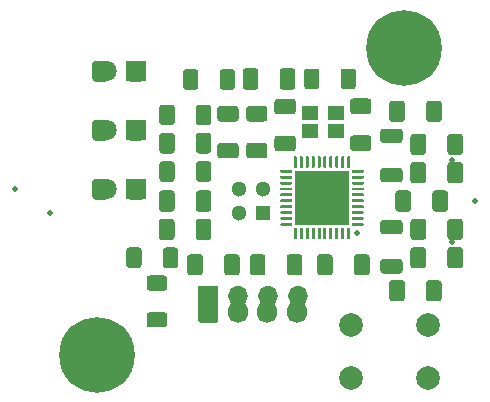
<source format=gbr>
%TF.GenerationSoftware,KiCad,Pcbnew,(5.1.9-0-10_14)*%
%TF.CreationDate,2021-04-13T15:18:02+01:00*%
%TF.ProjectId,PN532,504e3533-322e-46b6-9963-61645f706362,rev?*%
%TF.SameCoordinates,Original*%
%TF.FileFunction,Soldermask,Top*%
%TF.FilePolarity,Negative*%
%FSLAX46Y46*%
G04 Gerber Fmt 4.6, Leading zero omitted, Abs format (unit mm)*
G04 Created by KiCad (PCBNEW (5.1.9-0-10_14)) date 2021-04-13 15:18:02*
%MOMM*%
%LPD*%
G01*
G04 APERTURE LIST*
%ADD10C,0.500000*%
%ADD11R,1.400000X1.150000*%
%ADD12C,0.800000*%
%ADD13C,6.400000*%
%ADD14C,1.800000*%
%ADD15R,1.800000X1.800000*%
%ADD16C,2.000000*%
%ADD17C,1.000000*%
%ADD18R,0.100000X0.100000*%
%ADD19R,4.600000X4.600000*%
%ADD20C,1.300000*%
%ADD21R,1.300000X1.300000*%
%ADD22O,1.700000X1.850000*%
%ADD23O,1.700000X1.700000*%
%ADD24R,1.700000X1.700000*%
G04 APERTURE END LIST*
D10*
%TO.C,A1*%
X101000000Y-78000000D03*
X104000000Y-80000000D03*
X138000000Y-75500000D03*
X138000000Y-82500000D03*
X140000000Y-79000000D03*
%TD*%
%TO.C,C11*%
G36*
G01*
X116337500Y-82050002D02*
X116337500Y-80749998D01*
G75*
G02*
X116587498Y-80500000I249998J0D01*
G01*
X117412502Y-80500000D01*
G75*
G02*
X117662500Y-80749998I0J-249998D01*
G01*
X117662500Y-82050002D01*
G75*
G02*
X117412502Y-82300000I-249998J0D01*
G01*
X116587498Y-82300000D01*
G75*
G02*
X116337500Y-82050002I0J249998D01*
G01*
G37*
G36*
G01*
X113212500Y-82050002D02*
X113212500Y-80749998D01*
G75*
G02*
X113462498Y-80500000I249998J0D01*
G01*
X114287502Y-80500000D01*
G75*
G02*
X114537500Y-80749998I0J-249998D01*
G01*
X114537500Y-82050002D01*
G75*
G02*
X114287502Y-82300000I-249998J0D01*
G01*
X113462498Y-82300000D01*
G75*
G02*
X113212500Y-82050002I0J249998D01*
G01*
G37*
%TD*%
%TO.C,C7*%
G36*
G01*
X116337500Y-79650002D02*
X116337500Y-78349998D01*
G75*
G02*
X116587498Y-78100000I249998J0D01*
G01*
X117412502Y-78100000D01*
G75*
G02*
X117662500Y-78349998I0J-249998D01*
G01*
X117662500Y-79650002D01*
G75*
G02*
X117412502Y-79900000I-249998J0D01*
G01*
X116587498Y-79900000D01*
G75*
G02*
X116337500Y-79650002I0J249998D01*
G01*
G37*
G36*
G01*
X113212500Y-79650002D02*
X113212500Y-78349998D01*
G75*
G02*
X113462498Y-78100000I249998J0D01*
G01*
X114287502Y-78100000D01*
G75*
G02*
X114537500Y-78349998I0J-249998D01*
G01*
X114537500Y-79650002D01*
G75*
G02*
X114287502Y-79900000I-249998J0D01*
G01*
X113462498Y-79900000D01*
G75*
G02*
X113212500Y-79650002I0J249998D01*
G01*
G37*
%TD*%
D11*
%TO.C,Y1*%
X125990000Y-73100000D03*
X125990000Y-71500000D03*
X128190000Y-71500000D03*
X128190000Y-73100000D03*
%TD*%
D12*
%TO.C,H2*%
X109697056Y-90302944D03*
X108000000Y-89600000D03*
X106302944Y-90302944D03*
X105600000Y-92000000D03*
X106302944Y-93697056D03*
X108000000Y-94400000D03*
X109697056Y-93697056D03*
X110400000Y-92000000D03*
D13*
X108000000Y-92000000D03*
%TD*%
D12*
%TO.C,H1*%
X135697056Y-64302944D03*
X134000000Y-63600000D03*
X132302944Y-64302944D03*
X131600000Y-66000000D03*
X132302944Y-67697056D03*
X134000000Y-68400000D03*
X135697056Y-67697056D03*
X136400000Y-66000000D03*
D13*
X134000000Y-66000000D03*
%TD*%
%TO.C,D3*%
G36*
G01*
X108995000Y-77375000D02*
X108995000Y-78625000D01*
G75*
G02*
X108745000Y-78875000I-250000J0D01*
G01*
X107820000Y-78875000D01*
G75*
G02*
X107570000Y-78625000I0J250000D01*
G01*
X107570000Y-77375000D01*
G75*
G02*
X107820000Y-77125000I250000J0D01*
G01*
X108745000Y-77125000D01*
G75*
G02*
X108995000Y-77375000I0J-250000D01*
G01*
G37*
G36*
G01*
X111970000Y-77375000D02*
X111970000Y-78625000D01*
G75*
G02*
X111720000Y-78875000I-250000J0D01*
G01*
X110795000Y-78875000D01*
G75*
G02*
X110545000Y-78625000I0J250000D01*
G01*
X110545000Y-77375000D01*
G75*
G02*
X110795000Y-77125000I250000J0D01*
G01*
X111720000Y-77125000D01*
G75*
G02*
X111970000Y-77375000I0J-250000D01*
G01*
G37*
D14*
X108730000Y-78000000D03*
D15*
X111270000Y-78000000D03*
%TD*%
%TO.C,D2*%
G36*
G01*
X108995000Y-72375000D02*
X108995000Y-73625000D01*
G75*
G02*
X108745000Y-73875000I-250000J0D01*
G01*
X107820000Y-73875000D01*
G75*
G02*
X107570000Y-73625000I0J250000D01*
G01*
X107570000Y-72375000D01*
G75*
G02*
X107820000Y-72125000I250000J0D01*
G01*
X108745000Y-72125000D01*
G75*
G02*
X108995000Y-72375000I0J-250000D01*
G01*
G37*
G36*
G01*
X111970000Y-72375000D02*
X111970000Y-73625000D01*
G75*
G02*
X111720000Y-73875000I-250000J0D01*
G01*
X110795000Y-73875000D01*
G75*
G02*
X110545000Y-73625000I0J250000D01*
G01*
X110545000Y-72375000D01*
G75*
G02*
X110795000Y-72125000I250000J0D01*
G01*
X111720000Y-72125000D01*
G75*
G02*
X111970000Y-72375000I0J-250000D01*
G01*
G37*
D14*
X108730000Y-73000000D03*
D15*
X111270000Y-73000000D03*
%TD*%
%TO.C,D1*%
G36*
G01*
X108995000Y-67375000D02*
X108995000Y-68625000D01*
G75*
G02*
X108745000Y-68875000I-250000J0D01*
G01*
X107820000Y-68875000D01*
G75*
G02*
X107570000Y-68625000I0J250000D01*
G01*
X107570000Y-67375000D01*
G75*
G02*
X107820000Y-67125000I250000J0D01*
G01*
X108745000Y-67125000D01*
G75*
G02*
X108995000Y-67375000I0J-250000D01*
G01*
G37*
G36*
G01*
X111970000Y-67375000D02*
X111970000Y-68625000D01*
G75*
G02*
X111720000Y-68875000I-250000J0D01*
G01*
X110795000Y-68875000D01*
G75*
G02*
X110545000Y-68625000I0J250000D01*
G01*
X110545000Y-67375000D01*
G75*
G02*
X110795000Y-67125000I250000J0D01*
G01*
X111720000Y-67125000D01*
G75*
G02*
X111970000Y-67375000I0J-250000D01*
G01*
G37*
D14*
X108730000Y-68000000D03*
D15*
X111270000Y-68000000D03*
%TD*%
D16*
%TO.C,SW1*%
X129500000Y-94000000D03*
X129500000Y-89500000D03*
X136000000Y-94000000D03*
X136000000Y-89500000D03*
%TD*%
D17*
%TO.C,U1*%
X127025000Y-78725000D03*
X128525000Y-77225000D03*
X125525000Y-77225000D03*
X125525000Y-80225000D03*
X128525000Y-80225000D03*
D10*
X130025000Y-81725000D03*
D18*
X130025000Y-81725000D03*
X124025000Y-81725000D03*
X124025000Y-75725000D03*
X130025000Y-75725000D03*
D19*
X127025000Y-78725000D03*
G36*
G01*
X129400000Y-81312500D02*
X129400000Y-82187500D01*
G75*
G02*
X129337500Y-82250000I-62500J0D01*
G01*
X129212500Y-82250000D01*
G75*
G02*
X129150000Y-82187500I0J62500D01*
G01*
X129150000Y-81312500D01*
G75*
G02*
X129212500Y-81250000I62500J0D01*
G01*
X129337500Y-81250000D01*
G75*
G02*
X129400000Y-81312500I0J-62500D01*
G01*
G37*
G36*
G01*
X128900000Y-81312500D02*
X128900000Y-82187500D01*
G75*
G02*
X128837500Y-82250000I-62500J0D01*
G01*
X128712500Y-82250000D01*
G75*
G02*
X128650000Y-82187500I0J62500D01*
G01*
X128650000Y-81312500D01*
G75*
G02*
X128712500Y-81250000I62500J0D01*
G01*
X128837500Y-81250000D01*
G75*
G02*
X128900000Y-81312500I0J-62500D01*
G01*
G37*
G36*
G01*
X128400000Y-81312500D02*
X128400000Y-82187500D01*
G75*
G02*
X128337500Y-82250000I-62500J0D01*
G01*
X128212500Y-82250000D01*
G75*
G02*
X128150000Y-82187500I0J62500D01*
G01*
X128150000Y-81312500D01*
G75*
G02*
X128212500Y-81250000I62500J0D01*
G01*
X128337500Y-81250000D01*
G75*
G02*
X128400000Y-81312500I0J-62500D01*
G01*
G37*
G36*
G01*
X127900000Y-81312500D02*
X127900000Y-82187500D01*
G75*
G02*
X127837500Y-82250000I-62500J0D01*
G01*
X127712500Y-82250000D01*
G75*
G02*
X127650000Y-82187500I0J62500D01*
G01*
X127650000Y-81312500D01*
G75*
G02*
X127712500Y-81250000I62500J0D01*
G01*
X127837500Y-81250000D01*
G75*
G02*
X127900000Y-81312500I0J-62500D01*
G01*
G37*
G36*
G01*
X127400000Y-81312500D02*
X127400000Y-82187500D01*
G75*
G02*
X127337500Y-82250000I-62500J0D01*
G01*
X127212500Y-82250000D01*
G75*
G02*
X127150000Y-82187500I0J62500D01*
G01*
X127150000Y-81312500D01*
G75*
G02*
X127212500Y-81250000I62500J0D01*
G01*
X127337500Y-81250000D01*
G75*
G02*
X127400000Y-81312500I0J-62500D01*
G01*
G37*
G36*
G01*
X126900000Y-81312500D02*
X126900000Y-82187500D01*
G75*
G02*
X126837500Y-82250000I-62500J0D01*
G01*
X126712500Y-82250000D01*
G75*
G02*
X126650000Y-82187500I0J62500D01*
G01*
X126650000Y-81312500D01*
G75*
G02*
X126712500Y-81250000I62500J0D01*
G01*
X126837500Y-81250000D01*
G75*
G02*
X126900000Y-81312500I0J-62500D01*
G01*
G37*
G36*
G01*
X126400000Y-81312500D02*
X126400000Y-82187500D01*
G75*
G02*
X126337500Y-82250000I-62500J0D01*
G01*
X126212500Y-82250000D01*
G75*
G02*
X126150000Y-82187500I0J62500D01*
G01*
X126150000Y-81312500D01*
G75*
G02*
X126212500Y-81250000I62500J0D01*
G01*
X126337500Y-81250000D01*
G75*
G02*
X126400000Y-81312500I0J-62500D01*
G01*
G37*
G36*
G01*
X125900000Y-81312500D02*
X125900000Y-82187500D01*
G75*
G02*
X125837500Y-82250000I-62500J0D01*
G01*
X125712500Y-82250000D01*
G75*
G02*
X125650000Y-82187500I0J62500D01*
G01*
X125650000Y-81312500D01*
G75*
G02*
X125712500Y-81250000I62500J0D01*
G01*
X125837500Y-81250000D01*
G75*
G02*
X125900000Y-81312500I0J-62500D01*
G01*
G37*
G36*
G01*
X125400000Y-81312500D02*
X125400000Y-82187500D01*
G75*
G02*
X125337500Y-82250000I-62500J0D01*
G01*
X125212500Y-82250000D01*
G75*
G02*
X125150000Y-82187500I0J62500D01*
G01*
X125150000Y-81312500D01*
G75*
G02*
X125212500Y-81250000I62500J0D01*
G01*
X125337500Y-81250000D01*
G75*
G02*
X125400000Y-81312500I0J-62500D01*
G01*
G37*
G36*
G01*
X124900000Y-81312500D02*
X124900000Y-82187500D01*
G75*
G02*
X124837500Y-82250000I-62500J0D01*
G01*
X124712500Y-82250000D01*
G75*
G02*
X124650000Y-82187500I0J62500D01*
G01*
X124650000Y-81312500D01*
G75*
G02*
X124712500Y-81250000I62500J0D01*
G01*
X124837500Y-81250000D01*
G75*
G02*
X124900000Y-81312500I0J-62500D01*
G01*
G37*
G36*
G01*
X124500000Y-80912500D02*
X124500000Y-81037500D01*
G75*
G02*
X124437500Y-81100000I-62500J0D01*
G01*
X123562500Y-81100000D01*
G75*
G02*
X123500000Y-81037500I0J62500D01*
G01*
X123500000Y-80912500D01*
G75*
G02*
X123562500Y-80850000I62500J0D01*
G01*
X124437500Y-80850000D01*
G75*
G02*
X124500000Y-80912500I0J-62500D01*
G01*
G37*
G36*
G01*
X124500000Y-80412500D02*
X124500000Y-80537500D01*
G75*
G02*
X124437500Y-80600000I-62500J0D01*
G01*
X123562500Y-80600000D01*
G75*
G02*
X123500000Y-80537500I0J62500D01*
G01*
X123500000Y-80412500D01*
G75*
G02*
X123562500Y-80350000I62500J0D01*
G01*
X124437500Y-80350000D01*
G75*
G02*
X124500000Y-80412500I0J-62500D01*
G01*
G37*
G36*
G01*
X124500000Y-79912500D02*
X124500000Y-80037500D01*
G75*
G02*
X124437500Y-80100000I-62500J0D01*
G01*
X123562500Y-80100000D01*
G75*
G02*
X123500000Y-80037500I0J62500D01*
G01*
X123500000Y-79912500D01*
G75*
G02*
X123562500Y-79850000I62500J0D01*
G01*
X124437500Y-79850000D01*
G75*
G02*
X124500000Y-79912500I0J-62500D01*
G01*
G37*
G36*
G01*
X124500000Y-79412500D02*
X124500000Y-79537500D01*
G75*
G02*
X124437500Y-79600000I-62500J0D01*
G01*
X123562500Y-79600000D01*
G75*
G02*
X123500000Y-79537500I0J62500D01*
G01*
X123500000Y-79412500D01*
G75*
G02*
X123562500Y-79350000I62500J0D01*
G01*
X124437500Y-79350000D01*
G75*
G02*
X124500000Y-79412500I0J-62500D01*
G01*
G37*
G36*
G01*
X124500000Y-78912500D02*
X124500000Y-79037500D01*
G75*
G02*
X124437500Y-79100000I-62500J0D01*
G01*
X123562500Y-79100000D01*
G75*
G02*
X123500000Y-79037500I0J62500D01*
G01*
X123500000Y-78912500D01*
G75*
G02*
X123562500Y-78850000I62500J0D01*
G01*
X124437500Y-78850000D01*
G75*
G02*
X124500000Y-78912500I0J-62500D01*
G01*
G37*
G36*
G01*
X124500000Y-78412500D02*
X124500000Y-78537500D01*
G75*
G02*
X124437500Y-78600000I-62500J0D01*
G01*
X123562500Y-78600000D01*
G75*
G02*
X123500000Y-78537500I0J62500D01*
G01*
X123500000Y-78412500D01*
G75*
G02*
X123562500Y-78350000I62500J0D01*
G01*
X124437500Y-78350000D01*
G75*
G02*
X124500000Y-78412500I0J-62500D01*
G01*
G37*
G36*
G01*
X124500000Y-77912500D02*
X124500000Y-78037500D01*
G75*
G02*
X124437500Y-78100000I-62500J0D01*
G01*
X123562500Y-78100000D01*
G75*
G02*
X123500000Y-78037500I0J62500D01*
G01*
X123500000Y-77912500D01*
G75*
G02*
X123562500Y-77850000I62500J0D01*
G01*
X124437500Y-77850000D01*
G75*
G02*
X124500000Y-77912500I0J-62500D01*
G01*
G37*
G36*
G01*
X124500000Y-77412500D02*
X124500000Y-77537500D01*
G75*
G02*
X124437500Y-77600000I-62500J0D01*
G01*
X123562500Y-77600000D01*
G75*
G02*
X123500000Y-77537500I0J62500D01*
G01*
X123500000Y-77412500D01*
G75*
G02*
X123562500Y-77350000I62500J0D01*
G01*
X124437500Y-77350000D01*
G75*
G02*
X124500000Y-77412500I0J-62500D01*
G01*
G37*
G36*
G01*
X124500000Y-76912500D02*
X124500000Y-77037500D01*
G75*
G02*
X124437500Y-77100000I-62500J0D01*
G01*
X123562500Y-77100000D01*
G75*
G02*
X123500000Y-77037500I0J62500D01*
G01*
X123500000Y-76912500D01*
G75*
G02*
X123562500Y-76850000I62500J0D01*
G01*
X124437500Y-76850000D01*
G75*
G02*
X124500000Y-76912500I0J-62500D01*
G01*
G37*
G36*
G01*
X124500000Y-76412500D02*
X124500000Y-76537500D01*
G75*
G02*
X124437500Y-76600000I-62500J0D01*
G01*
X123562500Y-76600000D01*
G75*
G02*
X123500000Y-76537500I0J62500D01*
G01*
X123500000Y-76412500D01*
G75*
G02*
X123562500Y-76350000I62500J0D01*
G01*
X124437500Y-76350000D01*
G75*
G02*
X124500000Y-76412500I0J-62500D01*
G01*
G37*
G36*
G01*
X124900000Y-75262500D02*
X124900000Y-76137500D01*
G75*
G02*
X124837500Y-76200000I-62500J0D01*
G01*
X124712500Y-76200000D01*
G75*
G02*
X124650000Y-76137500I0J62500D01*
G01*
X124650000Y-75262500D01*
G75*
G02*
X124712500Y-75200000I62500J0D01*
G01*
X124837500Y-75200000D01*
G75*
G02*
X124900000Y-75262500I0J-62500D01*
G01*
G37*
G36*
G01*
X125400000Y-75262500D02*
X125400000Y-76137500D01*
G75*
G02*
X125337500Y-76200000I-62500J0D01*
G01*
X125212500Y-76200000D01*
G75*
G02*
X125150000Y-76137500I0J62500D01*
G01*
X125150000Y-75262500D01*
G75*
G02*
X125212500Y-75200000I62500J0D01*
G01*
X125337500Y-75200000D01*
G75*
G02*
X125400000Y-75262500I0J-62500D01*
G01*
G37*
G36*
G01*
X125900000Y-75262500D02*
X125900000Y-76137500D01*
G75*
G02*
X125837500Y-76200000I-62500J0D01*
G01*
X125712500Y-76200000D01*
G75*
G02*
X125650000Y-76137500I0J62500D01*
G01*
X125650000Y-75262500D01*
G75*
G02*
X125712500Y-75200000I62500J0D01*
G01*
X125837500Y-75200000D01*
G75*
G02*
X125900000Y-75262500I0J-62500D01*
G01*
G37*
G36*
G01*
X126400000Y-75262500D02*
X126400000Y-76137500D01*
G75*
G02*
X126337500Y-76200000I-62500J0D01*
G01*
X126212500Y-76200000D01*
G75*
G02*
X126150000Y-76137500I0J62500D01*
G01*
X126150000Y-75262500D01*
G75*
G02*
X126212500Y-75200000I62500J0D01*
G01*
X126337500Y-75200000D01*
G75*
G02*
X126400000Y-75262500I0J-62500D01*
G01*
G37*
G36*
G01*
X126900000Y-75262500D02*
X126900000Y-76137500D01*
G75*
G02*
X126837500Y-76200000I-62500J0D01*
G01*
X126712500Y-76200000D01*
G75*
G02*
X126650000Y-76137500I0J62500D01*
G01*
X126650000Y-75262500D01*
G75*
G02*
X126712500Y-75200000I62500J0D01*
G01*
X126837500Y-75200000D01*
G75*
G02*
X126900000Y-75262500I0J-62500D01*
G01*
G37*
G36*
G01*
X127400000Y-75262500D02*
X127400000Y-76137500D01*
G75*
G02*
X127337500Y-76200000I-62500J0D01*
G01*
X127212500Y-76200000D01*
G75*
G02*
X127150000Y-76137500I0J62500D01*
G01*
X127150000Y-75262500D01*
G75*
G02*
X127212500Y-75200000I62500J0D01*
G01*
X127337500Y-75200000D01*
G75*
G02*
X127400000Y-75262500I0J-62500D01*
G01*
G37*
G36*
G01*
X127900000Y-75262500D02*
X127900000Y-76137500D01*
G75*
G02*
X127837500Y-76200000I-62500J0D01*
G01*
X127712500Y-76200000D01*
G75*
G02*
X127650000Y-76137500I0J62500D01*
G01*
X127650000Y-75262500D01*
G75*
G02*
X127712500Y-75200000I62500J0D01*
G01*
X127837500Y-75200000D01*
G75*
G02*
X127900000Y-75262500I0J-62500D01*
G01*
G37*
G36*
G01*
X128400000Y-75262500D02*
X128400000Y-76137500D01*
G75*
G02*
X128337500Y-76200000I-62500J0D01*
G01*
X128212500Y-76200000D01*
G75*
G02*
X128150000Y-76137500I0J62500D01*
G01*
X128150000Y-75262500D01*
G75*
G02*
X128212500Y-75200000I62500J0D01*
G01*
X128337500Y-75200000D01*
G75*
G02*
X128400000Y-75262500I0J-62500D01*
G01*
G37*
G36*
G01*
X128900000Y-75262500D02*
X128900000Y-76137500D01*
G75*
G02*
X128837500Y-76200000I-62500J0D01*
G01*
X128712500Y-76200000D01*
G75*
G02*
X128650000Y-76137500I0J62500D01*
G01*
X128650000Y-75262500D01*
G75*
G02*
X128712500Y-75200000I62500J0D01*
G01*
X128837500Y-75200000D01*
G75*
G02*
X128900000Y-75262500I0J-62500D01*
G01*
G37*
G36*
G01*
X129400000Y-75262500D02*
X129400000Y-76137500D01*
G75*
G02*
X129337500Y-76200000I-62500J0D01*
G01*
X129212500Y-76200000D01*
G75*
G02*
X129150000Y-76137500I0J62500D01*
G01*
X129150000Y-75262500D01*
G75*
G02*
X129212500Y-75200000I62500J0D01*
G01*
X129337500Y-75200000D01*
G75*
G02*
X129400000Y-75262500I0J-62500D01*
G01*
G37*
G36*
G01*
X130550000Y-76412500D02*
X130550000Y-76537500D01*
G75*
G02*
X130487500Y-76600000I-62500J0D01*
G01*
X129612500Y-76600000D01*
G75*
G02*
X129550000Y-76537500I0J62500D01*
G01*
X129550000Y-76412500D01*
G75*
G02*
X129612500Y-76350000I62500J0D01*
G01*
X130487500Y-76350000D01*
G75*
G02*
X130550000Y-76412500I0J-62500D01*
G01*
G37*
G36*
G01*
X130550000Y-76912500D02*
X130550000Y-77037500D01*
G75*
G02*
X130487500Y-77100000I-62500J0D01*
G01*
X129612500Y-77100000D01*
G75*
G02*
X129550000Y-77037500I0J62500D01*
G01*
X129550000Y-76912500D01*
G75*
G02*
X129612500Y-76850000I62500J0D01*
G01*
X130487500Y-76850000D01*
G75*
G02*
X130550000Y-76912500I0J-62500D01*
G01*
G37*
G36*
G01*
X130550000Y-77412500D02*
X130550000Y-77537500D01*
G75*
G02*
X130487500Y-77600000I-62500J0D01*
G01*
X129612500Y-77600000D01*
G75*
G02*
X129550000Y-77537500I0J62500D01*
G01*
X129550000Y-77412500D01*
G75*
G02*
X129612500Y-77350000I62500J0D01*
G01*
X130487500Y-77350000D01*
G75*
G02*
X130550000Y-77412500I0J-62500D01*
G01*
G37*
G36*
G01*
X130550000Y-77912500D02*
X130550000Y-78037500D01*
G75*
G02*
X130487500Y-78100000I-62500J0D01*
G01*
X129612500Y-78100000D01*
G75*
G02*
X129550000Y-78037500I0J62500D01*
G01*
X129550000Y-77912500D01*
G75*
G02*
X129612500Y-77850000I62500J0D01*
G01*
X130487500Y-77850000D01*
G75*
G02*
X130550000Y-77912500I0J-62500D01*
G01*
G37*
G36*
G01*
X130550000Y-78412500D02*
X130550000Y-78537500D01*
G75*
G02*
X130487500Y-78600000I-62500J0D01*
G01*
X129612500Y-78600000D01*
G75*
G02*
X129550000Y-78537500I0J62500D01*
G01*
X129550000Y-78412500D01*
G75*
G02*
X129612500Y-78350000I62500J0D01*
G01*
X130487500Y-78350000D01*
G75*
G02*
X130550000Y-78412500I0J-62500D01*
G01*
G37*
G36*
G01*
X130550000Y-78912500D02*
X130550000Y-79037500D01*
G75*
G02*
X130487500Y-79100000I-62500J0D01*
G01*
X129612500Y-79100000D01*
G75*
G02*
X129550000Y-79037500I0J62500D01*
G01*
X129550000Y-78912500D01*
G75*
G02*
X129612500Y-78850000I62500J0D01*
G01*
X130487500Y-78850000D01*
G75*
G02*
X130550000Y-78912500I0J-62500D01*
G01*
G37*
G36*
G01*
X130550000Y-79412500D02*
X130550000Y-79537500D01*
G75*
G02*
X130487500Y-79600000I-62500J0D01*
G01*
X129612500Y-79600000D01*
G75*
G02*
X129550000Y-79537500I0J62500D01*
G01*
X129550000Y-79412500D01*
G75*
G02*
X129612500Y-79350000I62500J0D01*
G01*
X130487500Y-79350000D01*
G75*
G02*
X130550000Y-79412500I0J-62500D01*
G01*
G37*
G36*
G01*
X130550000Y-79912500D02*
X130550000Y-80037500D01*
G75*
G02*
X130487500Y-80100000I-62500J0D01*
G01*
X129612500Y-80100000D01*
G75*
G02*
X129550000Y-80037500I0J62500D01*
G01*
X129550000Y-79912500D01*
G75*
G02*
X129612500Y-79850000I62500J0D01*
G01*
X130487500Y-79850000D01*
G75*
G02*
X130550000Y-79912500I0J-62500D01*
G01*
G37*
G36*
G01*
X130550000Y-80412500D02*
X130550000Y-80537500D01*
G75*
G02*
X130487500Y-80600000I-62500J0D01*
G01*
X129612500Y-80600000D01*
G75*
G02*
X129550000Y-80537500I0J62500D01*
G01*
X129550000Y-80412500D01*
G75*
G02*
X129612500Y-80350000I62500J0D01*
G01*
X130487500Y-80350000D01*
G75*
G02*
X130550000Y-80412500I0J-62500D01*
G01*
G37*
G36*
G01*
X130550000Y-80912500D02*
X130550000Y-81037500D01*
G75*
G02*
X130487500Y-81100000I-62500J0D01*
G01*
X129612500Y-81100000D01*
G75*
G02*
X129550000Y-81037500I0J62500D01*
G01*
X129550000Y-80912500D01*
G75*
G02*
X129612500Y-80850000I62500J0D01*
G01*
X130487500Y-80850000D01*
G75*
G02*
X130550000Y-80912500I0J-62500D01*
G01*
G37*
%TD*%
D20*
%TO.C,J3*%
X120000000Y-78000000D03*
X122000000Y-78000000D03*
X120000000Y-80000000D03*
D21*
X122000000Y-80000000D03*
%TD*%
%TO.C,R7*%
G36*
G01*
X114550000Y-75874999D02*
X114550000Y-77125001D01*
G75*
G02*
X114300001Y-77375000I-249999J0D01*
G01*
X113499999Y-77375000D01*
G75*
G02*
X113250000Y-77125001I0J249999D01*
G01*
X113250000Y-75874999D01*
G75*
G02*
X113499999Y-75625000I249999J0D01*
G01*
X114300001Y-75625000D01*
G75*
G02*
X114550000Y-75874999I0J-249999D01*
G01*
G37*
G36*
G01*
X117650000Y-75874999D02*
X117650000Y-77125001D01*
G75*
G02*
X117400001Y-77375000I-249999J0D01*
G01*
X116599999Y-77375000D01*
G75*
G02*
X116350000Y-77125001I0J249999D01*
G01*
X116350000Y-75874999D01*
G75*
G02*
X116599999Y-75625000I249999J0D01*
G01*
X117400001Y-75625000D01*
G75*
G02*
X117650000Y-75874999I0J-249999D01*
G01*
G37*
%TD*%
%TO.C,R6*%
G36*
G01*
X114550000Y-73474999D02*
X114550000Y-74725001D01*
G75*
G02*
X114300001Y-74975000I-249999J0D01*
G01*
X113499999Y-74975000D01*
G75*
G02*
X113250000Y-74725001I0J249999D01*
G01*
X113250000Y-73474999D01*
G75*
G02*
X113499999Y-73225000I249999J0D01*
G01*
X114300001Y-73225000D01*
G75*
G02*
X114550000Y-73474999I0J-249999D01*
G01*
G37*
G36*
G01*
X117650000Y-73474999D02*
X117650000Y-74725001D01*
G75*
G02*
X117400001Y-74975000I-249999J0D01*
G01*
X116599999Y-74975000D01*
G75*
G02*
X116350000Y-74725001I0J249999D01*
G01*
X116350000Y-73474999D01*
G75*
G02*
X116599999Y-73225000I249999J0D01*
G01*
X117400001Y-73225000D01*
G75*
G02*
X117650000Y-73474999I0J-249999D01*
G01*
G37*
%TD*%
%TO.C,R5*%
G36*
G01*
X114550000Y-71074999D02*
X114550000Y-72325001D01*
G75*
G02*
X114300001Y-72575000I-249999J0D01*
G01*
X113499999Y-72575000D01*
G75*
G02*
X113250000Y-72325001I0J249999D01*
G01*
X113250000Y-71074999D01*
G75*
G02*
X113499999Y-70825000I249999J0D01*
G01*
X114300001Y-70825000D01*
G75*
G02*
X114550000Y-71074999I0J-249999D01*
G01*
G37*
G36*
G01*
X117650000Y-71074999D02*
X117650000Y-72325001D01*
G75*
G02*
X117400001Y-72575000I-249999J0D01*
G01*
X116599999Y-72575000D01*
G75*
G02*
X116350000Y-72325001I0J249999D01*
G01*
X116350000Y-71074999D01*
G75*
G02*
X116599999Y-70825000I249999J0D01*
G01*
X117400001Y-70825000D01*
G75*
G02*
X117650000Y-71074999I0J-249999D01*
G01*
G37*
%TD*%
D22*
%TO.C,J2*%
X124900000Y-88400000D03*
X122400000Y-88400000D03*
X119900000Y-88400000D03*
G36*
G01*
X116550000Y-89075000D02*
X116550000Y-87725000D01*
G75*
G02*
X116800000Y-87475000I250000J0D01*
G01*
X118000000Y-87475000D01*
G75*
G02*
X118250000Y-87725000I0J-250000D01*
G01*
X118250000Y-89075000D01*
G75*
G02*
X118000000Y-89325000I-250000J0D01*
G01*
X116800000Y-89325000D01*
G75*
G02*
X116550000Y-89075000I0J250000D01*
G01*
G37*
%TD*%
D23*
%TO.C,J1*%
X125020000Y-87000000D03*
X122480000Y-87000000D03*
X119940000Y-87000000D03*
D24*
X117400000Y-87000000D03*
%TD*%
%TO.C,L2*%
G36*
G01*
X132199999Y-76187500D02*
X133600001Y-76187500D01*
G75*
G02*
X133850000Y-76437499I0J-249999D01*
G01*
X133850000Y-77162501D01*
G75*
G02*
X133600001Y-77412500I-249999J0D01*
G01*
X132199999Y-77412500D01*
G75*
G02*
X131950000Y-77162501I0J249999D01*
G01*
X131950000Y-76437499D01*
G75*
G02*
X132199999Y-76187500I249999J0D01*
G01*
G37*
G36*
G01*
X132199999Y-72862500D02*
X133600001Y-72862500D01*
G75*
G02*
X133850000Y-73112499I0J-249999D01*
G01*
X133850000Y-73837501D01*
G75*
G02*
X133600001Y-74087500I-249999J0D01*
G01*
X132199999Y-74087500D01*
G75*
G02*
X131950000Y-73837501I0J249999D01*
G01*
X131950000Y-73112499D01*
G75*
G02*
X132199999Y-72862500I249999J0D01*
G01*
G37*
%TD*%
%TO.C,L1*%
G36*
G01*
X132199999Y-83912500D02*
X133600001Y-83912500D01*
G75*
G02*
X133850000Y-84162499I0J-249999D01*
G01*
X133850000Y-84887501D01*
G75*
G02*
X133600001Y-85137500I-249999J0D01*
G01*
X132199999Y-85137500D01*
G75*
G02*
X131950000Y-84887501I0J249999D01*
G01*
X131950000Y-84162499D01*
G75*
G02*
X132199999Y-83912500I249999J0D01*
G01*
G37*
G36*
G01*
X132199999Y-80587500D02*
X133600001Y-80587500D01*
G75*
G02*
X133850000Y-80837499I0J-249999D01*
G01*
X133850000Y-81562501D01*
G75*
G02*
X133600001Y-81812500I-249999J0D01*
G01*
X132199999Y-81812500D01*
G75*
G02*
X131950000Y-81562501I0J249999D01*
G01*
X131950000Y-80837499D01*
G75*
G02*
X132199999Y-80587500I249999J0D01*
G01*
G37*
%TD*%
%TO.C,R4*%
G36*
G01*
X113550000Y-84425001D02*
X113550000Y-83174999D01*
G75*
G02*
X113799999Y-82925000I249999J0D01*
G01*
X114600001Y-82925000D01*
G75*
G02*
X114850000Y-83174999I0J-249999D01*
G01*
X114850000Y-84425001D01*
G75*
G02*
X114600001Y-84675000I-249999J0D01*
G01*
X113799999Y-84675000D01*
G75*
G02*
X113550000Y-84425001I0J249999D01*
G01*
G37*
G36*
G01*
X110450000Y-84425001D02*
X110450000Y-83174999D01*
G75*
G02*
X110699999Y-82925000I249999J0D01*
G01*
X111500001Y-82925000D01*
G75*
G02*
X111750000Y-83174999I0J-249999D01*
G01*
X111750000Y-84425001D01*
G75*
G02*
X111500001Y-84675000I-249999J0D01*
G01*
X110699999Y-84675000D01*
G75*
G02*
X110450000Y-84425001I0J249999D01*
G01*
G37*
%TD*%
%TO.C,R3*%
G36*
G01*
X112424999Y-88400000D02*
X113675001Y-88400000D01*
G75*
G02*
X113925000Y-88649999I0J-249999D01*
G01*
X113925000Y-89450001D01*
G75*
G02*
X113675001Y-89700000I-249999J0D01*
G01*
X112424999Y-89700000D01*
G75*
G02*
X112175000Y-89450001I0J249999D01*
G01*
X112175000Y-88649999D01*
G75*
G02*
X112424999Y-88400000I249999J0D01*
G01*
G37*
G36*
G01*
X112424999Y-85300000D02*
X113675001Y-85300000D01*
G75*
G02*
X113925000Y-85549999I0J-249999D01*
G01*
X113925000Y-86350001D01*
G75*
G02*
X113675001Y-86600000I-249999J0D01*
G01*
X112424999Y-86600000D01*
G75*
G02*
X112175000Y-86350001I0J249999D01*
G01*
X112175000Y-85549999D01*
G75*
G02*
X112424999Y-85300000I249999J0D01*
G01*
G37*
%TD*%
%TO.C,R2*%
G36*
G01*
X116550000Y-68074999D02*
X116550000Y-69325001D01*
G75*
G02*
X116300001Y-69575000I-249999J0D01*
G01*
X115499999Y-69575000D01*
G75*
G02*
X115250000Y-69325001I0J249999D01*
G01*
X115250000Y-68074999D01*
G75*
G02*
X115499999Y-67825000I249999J0D01*
G01*
X116300001Y-67825000D01*
G75*
G02*
X116550000Y-68074999I0J-249999D01*
G01*
G37*
G36*
G01*
X119650000Y-68074999D02*
X119650000Y-69325001D01*
G75*
G02*
X119400001Y-69575000I-249999J0D01*
G01*
X118599999Y-69575000D01*
G75*
G02*
X118350000Y-69325001I0J249999D01*
G01*
X118350000Y-68074999D01*
G75*
G02*
X118599999Y-67825000I249999J0D01*
G01*
X119400001Y-67825000D01*
G75*
G02*
X119650000Y-68074999I0J-249999D01*
G01*
G37*
%TD*%
%TO.C,R1*%
G36*
G01*
X128600000Y-69275001D02*
X128600000Y-68024999D01*
G75*
G02*
X128849999Y-67775000I249999J0D01*
G01*
X129650001Y-67775000D01*
G75*
G02*
X129900000Y-68024999I0J-249999D01*
G01*
X129900000Y-69275001D01*
G75*
G02*
X129650001Y-69525000I-249999J0D01*
G01*
X128849999Y-69525000D01*
G75*
G02*
X128600000Y-69275001I0J249999D01*
G01*
G37*
G36*
G01*
X125500000Y-69275001D02*
X125500000Y-68024999D01*
G75*
G02*
X125749999Y-67775000I249999J0D01*
G01*
X126550001Y-67775000D01*
G75*
G02*
X126800000Y-68024999I0J-249999D01*
G01*
X126800000Y-69275001D01*
G75*
G02*
X126550001Y-69525000I-249999J0D01*
G01*
X125749999Y-69525000D01*
G75*
G02*
X125500000Y-69275001I0J249999D01*
G01*
G37*
%TD*%
%TO.C,C17*%
G36*
G01*
X119712502Y-72262500D02*
X118412498Y-72262500D01*
G75*
G02*
X118162500Y-72012502I0J249998D01*
G01*
X118162500Y-71187498D01*
G75*
G02*
X118412498Y-70937500I249998J0D01*
G01*
X119712502Y-70937500D01*
G75*
G02*
X119962500Y-71187498I0J-249998D01*
G01*
X119962500Y-72012502D01*
G75*
G02*
X119712502Y-72262500I-249998J0D01*
G01*
G37*
G36*
G01*
X119712502Y-75387500D02*
X118412498Y-75387500D01*
G75*
G02*
X118162500Y-75137502I0J249998D01*
G01*
X118162500Y-74312498D01*
G75*
G02*
X118412498Y-74062500I249998J0D01*
G01*
X119712502Y-74062500D01*
G75*
G02*
X119962500Y-74312498I0J-249998D01*
G01*
X119962500Y-75137502D01*
G75*
G02*
X119712502Y-75387500I-249998J0D01*
G01*
G37*
%TD*%
%TO.C,C16*%
G36*
G01*
X124550002Y-71662500D02*
X123249998Y-71662500D01*
G75*
G02*
X123000000Y-71412502I0J249998D01*
G01*
X123000000Y-70587498D01*
G75*
G02*
X123249998Y-70337500I249998J0D01*
G01*
X124550002Y-70337500D01*
G75*
G02*
X124800000Y-70587498I0J-249998D01*
G01*
X124800000Y-71412502D01*
G75*
G02*
X124550002Y-71662500I-249998J0D01*
G01*
G37*
G36*
G01*
X124550002Y-74787500D02*
X123249998Y-74787500D01*
G75*
G02*
X123000000Y-74537502I0J249998D01*
G01*
X123000000Y-73712498D01*
G75*
G02*
X123249998Y-73462500I249998J0D01*
G01*
X124550002Y-73462500D01*
G75*
G02*
X124800000Y-73712498I0J-249998D01*
G01*
X124800000Y-74537502D01*
G75*
G02*
X124550002Y-74787500I-249998J0D01*
G01*
G37*
%TD*%
%TO.C,C15*%
G36*
G01*
X130950002Y-71637500D02*
X129649998Y-71637500D01*
G75*
G02*
X129400000Y-71387502I0J249998D01*
G01*
X129400000Y-70562498D01*
G75*
G02*
X129649998Y-70312500I249998J0D01*
G01*
X130950002Y-70312500D01*
G75*
G02*
X131200000Y-70562498I0J-249998D01*
G01*
X131200000Y-71387502D01*
G75*
G02*
X130950002Y-71637500I-249998J0D01*
G01*
G37*
G36*
G01*
X130950002Y-74762500D02*
X129649998Y-74762500D01*
G75*
G02*
X129400000Y-74512502I0J249998D01*
G01*
X129400000Y-73687498D01*
G75*
G02*
X129649998Y-73437500I249998J0D01*
G01*
X130950002Y-73437500D01*
G75*
G02*
X131200000Y-73687498I0J-249998D01*
G01*
X131200000Y-74512502D01*
G75*
G02*
X130950002Y-74762500I-249998J0D01*
G01*
G37*
%TD*%
%TO.C,C14*%
G36*
G01*
X116937500Y-83749998D02*
X116937500Y-85050002D01*
G75*
G02*
X116687502Y-85300000I-249998J0D01*
G01*
X115862498Y-85300000D01*
G75*
G02*
X115612500Y-85050002I0J249998D01*
G01*
X115612500Y-83749998D01*
G75*
G02*
X115862498Y-83500000I249998J0D01*
G01*
X116687502Y-83500000D01*
G75*
G02*
X116937500Y-83749998I0J-249998D01*
G01*
G37*
G36*
G01*
X120062500Y-83749998D02*
X120062500Y-85050002D01*
G75*
G02*
X119812502Y-85300000I-249998J0D01*
G01*
X118987498Y-85300000D01*
G75*
G02*
X118737500Y-85050002I0J249998D01*
G01*
X118737500Y-83749998D01*
G75*
G02*
X118987498Y-83500000I249998J0D01*
G01*
X119812502Y-83500000D01*
G75*
G02*
X120062500Y-83749998I0J-249998D01*
G01*
G37*
%TD*%
%TO.C,C13*%
G36*
G01*
X127937500Y-83749998D02*
X127937500Y-85050002D01*
G75*
G02*
X127687502Y-85300000I-249998J0D01*
G01*
X126862498Y-85300000D01*
G75*
G02*
X126612500Y-85050002I0J249998D01*
G01*
X126612500Y-83749998D01*
G75*
G02*
X126862498Y-83500000I249998J0D01*
G01*
X127687502Y-83500000D01*
G75*
G02*
X127937500Y-83749998I0J-249998D01*
G01*
G37*
G36*
G01*
X131062500Y-83749998D02*
X131062500Y-85050002D01*
G75*
G02*
X130812502Y-85300000I-249998J0D01*
G01*
X129987498Y-85300000D01*
G75*
G02*
X129737500Y-85050002I0J249998D01*
G01*
X129737500Y-83749998D01*
G75*
G02*
X129987498Y-83500000I249998J0D01*
G01*
X130812502Y-83500000D01*
G75*
G02*
X131062500Y-83749998I0J-249998D01*
G01*
G37*
%TD*%
%TO.C,C12*%
G36*
G01*
X124037500Y-85050002D02*
X124037500Y-83749998D01*
G75*
G02*
X124287498Y-83500000I249998J0D01*
G01*
X125112502Y-83500000D01*
G75*
G02*
X125362500Y-83749998I0J-249998D01*
G01*
X125362500Y-85050002D01*
G75*
G02*
X125112502Y-85300000I-249998J0D01*
G01*
X124287498Y-85300000D01*
G75*
G02*
X124037500Y-85050002I0J249998D01*
G01*
G37*
G36*
G01*
X120912500Y-85050002D02*
X120912500Y-83749998D01*
G75*
G02*
X121162498Y-83500000I249998J0D01*
G01*
X121987502Y-83500000D01*
G75*
G02*
X122237500Y-83749998I0J-249998D01*
G01*
X122237500Y-85050002D01*
G75*
G02*
X121987502Y-85300000I-249998J0D01*
G01*
X121162498Y-85300000D01*
G75*
G02*
X120912500Y-85050002I0J249998D01*
G01*
G37*
%TD*%
%TO.C,C10*%
G36*
G01*
X120849998Y-74062500D02*
X122150002Y-74062500D01*
G75*
G02*
X122400000Y-74312498I0J-249998D01*
G01*
X122400000Y-75137502D01*
G75*
G02*
X122150002Y-75387500I-249998J0D01*
G01*
X120849998Y-75387500D01*
G75*
G02*
X120600000Y-75137502I0J249998D01*
G01*
X120600000Y-74312498D01*
G75*
G02*
X120849998Y-74062500I249998J0D01*
G01*
G37*
G36*
G01*
X120849998Y-70937500D02*
X122150002Y-70937500D01*
G75*
G02*
X122400000Y-71187498I0J-249998D01*
G01*
X122400000Y-72012502D01*
G75*
G02*
X122150002Y-72262500I-249998J0D01*
G01*
X120849998Y-72262500D01*
G75*
G02*
X120600000Y-72012502I0J249998D01*
G01*
X120600000Y-71187498D01*
G75*
G02*
X120849998Y-70937500I249998J0D01*
G01*
G37*
%TD*%
%TO.C,C9*%
G36*
G01*
X136362500Y-79650002D02*
X136362500Y-78349998D01*
G75*
G02*
X136612498Y-78100000I249998J0D01*
G01*
X137437502Y-78100000D01*
G75*
G02*
X137687500Y-78349998I0J-249998D01*
G01*
X137687500Y-79650002D01*
G75*
G02*
X137437502Y-79900000I-249998J0D01*
G01*
X136612498Y-79900000D01*
G75*
G02*
X136362500Y-79650002I0J249998D01*
G01*
G37*
G36*
G01*
X133237500Y-79650002D02*
X133237500Y-78349998D01*
G75*
G02*
X133487498Y-78100000I249998J0D01*
G01*
X134312502Y-78100000D01*
G75*
G02*
X134562500Y-78349998I0J-249998D01*
G01*
X134562500Y-79650002D01*
G75*
G02*
X134312502Y-79900000I-249998J0D01*
G01*
X133487498Y-79900000D01*
G75*
G02*
X133237500Y-79650002I0J249998D01*
G01*
G37*
%TD*%
%TO.C,C8*%
G36*
G01*
X123437500Y-69312502D02*
X123437500Y-68012498D01*
G75*
G02*
X123687498Y-67762500I249998J0D01*
G01*
X124512502Y-67762500D01*
G75*
G02*
X124762500Y-68012498I0J-249998D01*
G01*
X124762500Y-69312502D01*
G75*
G02*
X124512502Y-69562500I-249998J0D01*
G01*
X123687498Y-69562500D01*
G75*
G02*
X123437500Y-69312502I0J249998D01*
G01*
G37*
G36*
G01*
X120312500Y-69312502D02*
X120312500Y-68012498D01*
G75*
G02*
X120562498Y-67762500I249998J0D01*
G01*
X121387502Y-67762500D01*
G75*
G02*
X121637500Y-68012498I0J-249998D01*
G01*
X121637500Y-69312502D01*
G75*
G02*
X121387502Y-69562500I-249998J0D01*
G01*
X120562498Y-69562500D01*
G75*
G02*
X120312500Y-69312502I0J249998D01*
G01*
G37*
%TD*%
%TO.C,C6*%
G36*
G01*
X134037500Y-70749998D02*
X134037500Y-72050002D01*
G75*
G02*
X133787502Y-72300000I-249998J0D01*
G01*
X132962498Y-72300000D01*
G75*
G02*
X132712500Y-72050002I0J249998D01*
G01*
X132712500Y-70749998D01*
G75*
G02*
X132962498Y-70500000I249998J0D01*
G01*
X133787502Y-70500000D01*
G75*
G02*
X134037500Y-70749998I0J-249998D01*
G01*
G37*
G36*
G01*
X137162500Y-70749998D02*
X137162500Y-72050002D01*
G75*
G02*
X136912502Y-72300000I-249998J0D01*
G01*
X136087498Y-72300000D01*
G75*
G02*
X135837500Y-72050002I0J249998D01*
G01*
X135837500Y-70749998D01*
G75*
G02*
X136087498Y-70500000I249998J0D01*
G01*
X136912502Y-70500000D01*
G75*
G02*
X137162500Y-70749998I0J-249998D01*
G01*
G37*
%TD*%
%TO.C,C5*%
G36*
G01*
X134037500Y-85949998D02*
X134037500Y-87250002D01*
G75*
G02*
X133787502Y-87500000I-249998J0D01*
G01*
X132962498Y-87500000D01*
G75*
G02*
X132712500Y-87250002I0J249998D01*
G01*
X132712500Y-85949998D01*
G75*
G02*
X132962498Y-85700000I249998J0D01*
G01*
X133787502Y-85700000D01*
G75*
G02*
X134037500Y-85949998I0J-249998D01*
G01*
G37*
G36*
G01*
X137162500Y-85949998D02*
X137162500Y-87250002D01*
G75*
G02*
X136912502Y-87500000I-249998J0D01*
G01*
X136087498Y-87500000D01*
G75*
G02*
X135837500Y-87250002I0J249998D01*
G01*
X135837500Y-85949998D01*
G75*
G02*
X136087498Y-85700000I249998J0D01*
G01*
X136912502Y-85700000D01*
G75*
G02*
X137162500Y-85949998I0J-249998D01*
G01*
G37*
%TD*%
%TO.C,C4*%
G36*
G01*
X135837500Y-73549998D02*
X135837500Y-74850002D01*
G75*
G02*
X135587502Y-75100000I-249998J0D01*
G01*
X134762498Y-75100000D01*
G75*
G02*
X134512500Y-74850002I0J249998D01*
G01*
X134512500Y-73549998D01*
G75*
G02*
X134762498Y-73300000I249998J0D01*
G01*
X135587502Y-73300000D01*
G75*
G02*
X135837500Y-73549998I0J-249998D01*
G01*
G37*
G36*
G01*
X138962500Y-73549998D02*
X138962500Y-74850002D01*
G75*
G02*
X138712502Y-75100000I-249998J0D01*
G01*
X137887498Y-75100000D01*
G75*
G02*
X137637500Y-74850002I0J249998D01*
G01*
X137637500Y-73549998D01*
G75*
G02*
X137887498Y-73300000I249998J0D01*
G01*
X138712502Y-73300000D01*
G75*
G02*
X138962500Y-73549998I0J-249998D01*
G01*
G37*
%TD*%
%TO.C,C3*%
G36*
G01*
X137637500Y-84450002D02*
X137637500Y-83149998D01*
G75*
G02*
X137887498Y-82900000I249998J0D01*
G01*
X138712502Y-82900000D01*
G75*
G02*
X138962500Y-83149998I0J-249998D01*
G01*
X138962500Y-84450002D01*
G75*
G02*
X138712502Y-84700000I-249998J0D01*
G01*
X137887498Y-84700000D01*
G75*
G02*
X137637500Y-84450002I0J249998D01*
G01*
G37*
G36*
G01*
X134512500Y-84450002D02*
X134512500Y-83149998D01*
G75*
G02*
X134762498Y-82900000I249998J0D01*
G01*
X135587502Y-82900000D01*
G75*
G02*
X135837500Y-83149998I0J-249998D01*
G01*
X135837500Y-84450002D01*
G75*
G02*
X135587502Y-84700000I-249998J0D01*
G01*
X134762498Y-84700000D01*
G75*
G02*
X134512500Y-84450002I0J249998D01*
G01*
G37*
%TD*%
%TO.C,C2*%
G36*
G01*
X137637500Y-77250002D02*
X137637500Y-75949998D01*
G75*
G02*
X137887498Y-75700000I249998J0D01*
G01*
X138712502Y-75700000D01*
G75*
G02*
X138962500Y-75949998I0J-249998D01*
G01*
X138962500Y-77250002D01*
G75*
G02*
X138712502Y-77500000I-249998J0D01*
G01*
X137887498Y-77500000D01*
G75*
G02*
X137637500Y-77250002I0J249998D01*
G01*
G37*
G36*
G01*
X134512500Y-77250002D02*
X134512500Y-75949998D01*
G75*
G02*
X134762498Y-75700000I249998J0D01*
G01*
X135587502Y-75700000D01*
G75*
G02*
X135837500Y-75949998I0J-249998D01*
G01*
X135837500Y-77250002D01*
G75*
G02*
X135587502Y-77500000I-249998J0D01*
G01*
X134762498Y-77500000D01*
G75*
G02*
X134512500Y-77250002I0J249998D01*
G01*
G37*
%TD*%
%TO.C,C1*%
G36*
G01*
X135837500Y-80749998D02*
X135837500Y-82050002D01*
G75*
G02*
X135587502Y-82300000I-249998J0D01*
G01*
X134762498Y-82300000D01*
G75*
G02*
X134512500Y-82050002I0J249998D01*
G01*
X134512500Y-80749998D01*
G75*
G02*
X134762498Y-80500000I249998J0D01*
G01*
X135587502Y-80500000D01*
G75*
G02*
X135837500Y-80749998I0J-249998D01*
G01*
G37*
G36*
G01*
X138962500Y-80749998D02*
X138962500Y-82050002D01*
G75*
G02*
X138712502Y-82300000I-249998J0D01*
G01*
X137887498Y-82300000D01*
G75*
G02*
X137637500Y-82050002I0J249998D01*
G01*
X137637500Y-80749998D01*
G75*
G02*
X137887498Y-80500000I249998J0D01*
G01*
X138712502Y-80500000D01*
G75*
G02*
X138962500Y-80749998I0J-249998D01*
G01*
G37*
%TD*%
M02*

</source>
